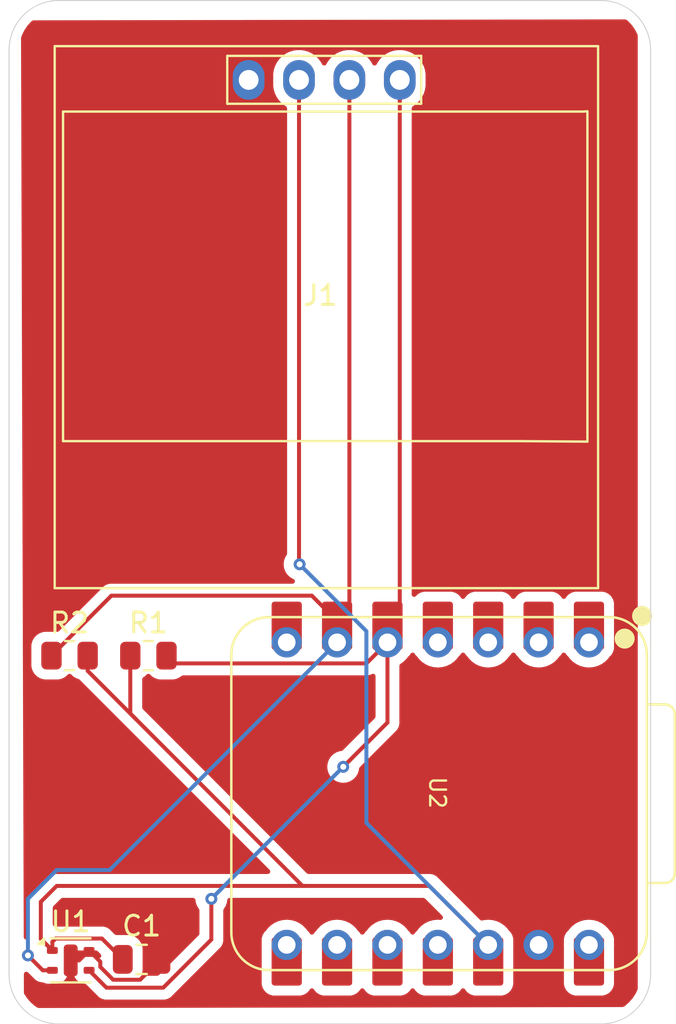
<source format=kicad_pcb>
(kicad_pcb (version 20240108) (generator "pcbnew") (generator_version "8.0")
  (layers (0 "F.Cu" signal) (31 "B.Cu" signal) (34 "B.Paste" user) (35 "F.Paste" user) (36 "B.SilkS" user "B.Silkscreen") (37 "F.SilkS" user "F.Silkscreen") (38 "B.Mask" user) (39 "F.Mask" user) (44 "Edge.Cuts" user))
  (net 0 "")
  (net 1 "GND")
  (net 2 "+3V3")
  (net 3 "SCL")
  (net 4 "SDA")
  (footprint "general:128x64OLED" (layer "F.Cu") (at 154.45 33.95)
    (property "Reference" "J1" (at 0 0.254 0) (layer "F.SilkS"))
    (property "Value" "OLED_128X64_1.3_I2C")
    (fp_line (start -13.4 -12.3) (end 14 -12.3) (stroke (width 0.12)) (layer "F.SilkS"))
    (fp_line (start -13.4 15) (end -13.4 -12.3) (stroke (width 0.12)) (layer "F.SilkS"))
    (fp_line (start -12.978 -9.005) (end 10.122 -9.005) (stroke (width 0.12)) (layer "F.SilkS"))
    (fp_line (start -12.978 7.595) (end -12.978 -9.005) (stroke (width 0.12)) (layer "F.SilkS"))
    (fp_line (start -4.699 -11.811) (end -4.699 -9.398) (stroke (width 0.12)) (layer "F.SilkS"))
    (fp_line (start -4.699 -11.811) (end 5.08 -11.811) (stroke (width 0.12)) (layer "F.SilkS"))
    (fp_line (start 5.08 -11.811) (end 5.08 -9.398) (stroke (width 0.12)) (layer "F.SilkS"))
    (fp_line (start 5.08 -9.398) (end -4.699 -9.398) (stroke (width 0.12)) (layer "F.SilkS"))
    (fp_line (start 10.122 -9.005) (end 13.208 -9.005) (stroke (width 0.12)) (layer "F.SilkS"))
    (fp_line (start 10.122 7.595) (end -12.978 7.595) (stroke (width 0.12)) (layer "F.SilkS"))
    (fp_line (start 10.122 7.595) (end 13.462 7.62) (stroke (width 0.12)) (layer "F.SilkS"))
    (fp_line (start 13.462 -9.017) (end 13.208 -9.005) (stroke (width 0.12)) (layer "F.SilkS"))
    (fp_line (start 13.462 7.62) (end 13.462 -9.017) (stroke (width 0.12)) (layer "F.SilkS"))
    (fp_line (start 14 -12.3) (end 14 15) (stroke (width 0.12)) (layer "F.SilkS"))
    (fp_line (start 14 15) (end -13.4 15) (stroke (width 0.12)) (layer "F.SilkS"))
    (pad "1" thru_hole oval (at -3.62 -10.6 90) (size 2 1.6) (drill 1) (layers "*.Cu" "*.Mask") (net 1 "GND"))
    (pad "2" thru_hole oval (at -1.08 -10.6 90) (size 2 1.6) (drill 1) (layers "*.Cu" "*.Mask") (net 2 "+3V3"))
    (pad "3" thru_hole oval (at 1.46 -10.6 90) (size 2 1.6) (drill 1) (layers "*.Cu" "*.Mask") (net 3 "SCL"))
    (pad "4" thru_hole oval (at 4 -10.6 90) (size 2 1.6) (drill 1) (layers "*.Cu" "*.Mask") (net 4 "SDA"))
  )
  (footprint "Capacitor_SMD:C_0805_2012Metric" (layer "F.Cu") (at 145.4325 67.65)
    (property "Reference" "C1" (at 0 -1.68 0) (layer "F.SilkS"))
    (property "Value" "100n")
    (fp_line (start -0.261252 -0.735) (end 0.261252 -0.735) (stroke (width 0.12)) (layer "F.SilkS"))
    (fp_line (start -0.261252 0.735) (end 0.261252 0.735) (stroke (width 0.12)) (layer "F.SilkS"))
    (pad "1" smd roundrect (at -0.95 0) (size 1 1.45) (layers "F.Cu" "F.Paste" "F.Mask") (net 2 "+3V3"))
    (pad "2" smd roundrect (at 0.95 0) (size 1 1.45) (layers "F.Cu" "F.Paste" "F.Mask") (net 1 "GND"))
  )
  (footprint "Sensor_Humidity:Sensirion_DFN-4-1EP_2x2mm_P1mm_EP0.7x1.6mm" (layer "F.Cu") (at 141.8575 67.7)
    (property "Reference" "U1" (at 0 -1.95 0) (layer "F.SilkS"))
    (property "Value" "SHTC3")
    (fp_line (start -1 -1.11) (end 1 -1.11) (stroke (width 0.12)) (layer "F.SilkS"))
    (fp_line (start -1 1.11) (end 1 1.11) (stroke (width 0.12)) (layer "F.SilkS"))
    (fp_poly (pts (xy -1.35 -0.82) (xy -1.63 -0.82) (xy -1.35 -1.1) (xy -1.35 -0.82)) (stroke (width 0.12)) (fill solid) (layer "F.SilkS"))
    (pad "1" smd roundrect (at -0.925 -0.5) (size 0.55 0.35) (layers "F.Cu" "F.Mask") (net 2 "+3V3"))
    (pad "2" smd roundrect (at -0.925 0.5) (size 0.55 0.35) (layers "F.Cu" "F.Mask") (net 3 "SCL"))
    (pad "3" smd roundrect (at 0.925 0.5) (size 0.55 0.35) (layers "F.Cu" "F.Mask") (net 4 "SDA"))
    (pad "4" smd roundrect (at 0.925 -0.5) (size 0.55 0.35) (layers "F.Cu" "F.Mask") (net 1 "GND"))
    (pad "5" smd roundrect (at 0 0) (size 0.7 1.6) (layers "F.Cu" "F.Mask") (net 1 "GND"))
  )
  (footprint "Resistor_SMD:R_0805_2012Metric" (layer "F.Cu") (at 141.8 52.35)
    (property "Reference" "R2" (at 0 -1.65 0) (layer "F.SilkS"))
    (property "Value" "R")
    (fp_line (start -0.227064 -0.735) (end 0.227064 -0.735) (stroke (width 0.12)) (layer "F.SilkS"))
    (fp_line (start -0.227064 0.735) (end 0.227064 0.735) (stroke (width 0.12)) (layer "F.SilkS"))
    (pad "1" smd roundrect (at -0.9125 0) (size 1.025 1.4) (layers "F.Cu" "F.Paste" "F.Mask") (roundrect_rratio 0.243902) (net 3 "SCL"))
    (pad "2" smd roundrect (at 0.9125 0) (size 1.025 1.4) (layers "F.Cu" "F.Paste" "F.Mask") (roundrect_rratio 0.243902) (net 2 "+3V3"))
  )
  (footprint "Resistor_SMD:R_0805_2012Metric" (layer "F.Cu") (at 145.775 52.35)
    (property "Reference" "R1" (at 0 -1.65 0) (layer "F.SilkS"))
    (property "Value" "R")
    (fp_line (start -0.227064 -0.735) (end 0.227064 -0.735) (stroke (width 0.12)) (layer "F.SilkS"))
    (fp_line (start -0.227064 0.735) (end 0.227064 0.735) (stroke (width 0.12)) (layer "F.SilkS"))
    (pad "1" smd roundrect (at -0.9125 0) (size 1.025 1.4) (layers "F.Cu" "F.Paste" "F.Mask") (roundrect_rratio 0.243902) (net 2 "+3V3"))
    (pad "2" smd roundrect (at 0.9125 0) (size 1.025 1.4) (layers "F.Cu" "F.Paste" "F.Mask") (roundrect_rratio 0.243902) (net 4 "SDA"))
  )
  (footprint "general:XIAO-RP2040-DIP" (layer "F.Cu") (at 160.37 59.3 -90)
    (property "Reference" "U2" (at -0.05 0.02 -90) (layer "F.SilkS") (effects (font (size 0.8 0.8) (thickness 0.12))))
    (property "Value" "XIAO-RP2040-DIP")
    (fp_line (start -6.985 10.414) (end 6.985 10.414) (stroke (width 0.127)) (layer "F.SilkS"))
    (fp_line (start -8.89 8.509) (end -8.89 -8.636) (stroke (width 0.127)) (layer "F.SilkS"))
    (fp_line (start 8.89 8.509) (end 8.89 -8.636) (stroke (width 0.127)) (layer "F.SilkS"))
    (fp_line (start -4.495 -10.541) (end -4.491272 -11.451272) (stroke (width 0.127)) (layer "F.SilkS"))
    (fp_line (start 6.985 -10.541) (end -6.985 -10.541) (stroke (width 0.1)) (layer "F.SilkS"))
    (fp_line (start 6.985 -10.541) (end -6.985 -10.541) (stroke (width 0.127)) (layer "F.SilkS"))
    (fp_line (start 4.504 -11.451) (end 4.504 -10.541) (stroke (width 0.127)) (layer "F.SilkS"))
    (fp_line (start -3.991272 -11.951) (end 4.004 -11.951) (stroke (width 0.127)) (layer "F.SilkS"))
    (fp_arc (start -6.985 10.414) (mid -8.332038 9.856038) (end -8.89 8.509) (stroke (width 0.127)) (layer "F.SilkS"))
    (fp_arc (start 8.89 8.509) (mid 8.332038 9.856038) (end 6.985 10.414) (stroke (width 0.127)) (layer "F.SilkS"))
    (fp_arc (start -8.89 -8.636) (mid -8.332038 -9.983038) (end -6.985 -10.541) (stroke (width 0.127)) (layer "F.SilkS"))
    (fp_arc (start 6.985 -10.541) (mid 8.332038 -9.983038) (end 8.89 -8.636) (stroke (width 0.127)) (layer "F.SilkS"))
    (fp_arc (start -4.491272 -11.451272) (mid -4.344724 -11.804644) (end -3.991272 -11.951) (stroke (width 0.127)) (layer "F.SilkS"))
    (fp_arc (start 4.004 -11.951) (mid 4.357553 -11.804553) (end 4.504 -11.451) (stroke (width 0.127)) (layer "F.SilkS"))
    (fp_circle (center -7.807 -9.42) (end -7.807 -9.674) (stroke (width 0.5)) (fill solid) (layer "F.SilkS"))
    (fp_circle (center -8.95 -10.3) (end -8.95 -10.554) (stroke (width 0.5)) (fill solid) (layer "F.SilkS"))
    (pad "1" smd roundrect (at -8.455 -7.62 90) (size 2.432 1.524) (layers "F.Cu" "F.Mask") (roundrect_rratio 0.1))
    (pad "1" thru_hole circle (at -7.62 -7.62 90) (size 1.524 1.524) (drill 0.889) (layers "*.Cu" "*.Mask"))
    (pad "2" smd roundrect (at -8.455 -5.08 90) (size 2.432 1.524) (layers "F.Cu" "F.Mask") (roundrect_rratio 0.1))
    (pad "2" thru_hole circle (at -7.62 -5.08 90) (size 1.524 1.524) (drill 0.889) (layers "*.Cu" "*.Mask"))
    (pad "3" smd roundrect (at -8.455 -2.54 90) (size 2.432 1.524) (layers "F.Cu" "F.Mask") (roundrect_rratio 0.1))
    (pad "3" thru_hole circle (at -7.62 -2.54 90) (size 1.524 1.524) (drill 0.889) (layers "*.Cu" "*.Mask"))
    (pad "4" smd roundrect (at -8.455 0 90) (size 2.432 1.524) (layers "F.Cu" "F.Mask") (roundrect_rratio 0.1))
    (pad "4" thru_hole circle (at -7.62 0 90) (size 1.524 1.524) (drill 0.889) (layers "*.Cu" "*.Mask"))
    (pad "5" smd roundrect (at -8.455 2.54 90) (size 2.432 1.524) (layers "F.Cu" "F.Mask") (roundrect_rratio 0.1) (net 4 "SDA"))
    (pad "5" thru_hole circle (at -7.62 2.54 90) (size 1.524 1.524) (drill 0.889) (layers "*.Cu" "*.Mask") (net 4 "SDA"))
    (pad "6" smd roundrect (at -8.455 5.08 90) (size 2.432 1.524) (layers "F.Cu" "F.Mask") (roundrect_rratio 0.1) (net 3 "SCL"))
    (pad "6" thru_hole circle (at -7.62 5.08 90) (size 1.524 1.524) (drill 0.889) (layers "*.Cu" "*.Mask") (net 3 "SCL"))
    (pad "7" smd roundrect (at -8.455 7.62 90) (size 2.432 1.524) (layers "F.Cu" "F.Mask") (roundrect_rratio 0.1))
    (pad "7" thru_hole circle (at -7.62 7.62 90) (size 1.524 1.524) (drill 0.889) (layers "*.Cu" "*.Mask"))
    (pad "8" thru_hole circle (at 7.62 7.62 270) (size 1.524 1.524) (drill 0.889) (layers "*.Cu" "*.Mask"))
    (pad "8" smd roundrect (at 8.455 7.62 270) (size 2.432 1.524) (layers "F.Cu" "F.Mask") (roundrect_rratio 0.1))
    (pad "9" thru_hole circle (at 7.62 5.08 270) (size 1.524 1.524) (drill 0.889) (layers "*.Cu" "*.Mask"))
    (pad "9" smd roundrect (at 8.455 5.08 270) (size 2.432 1.524) (layers "F.Cu" "F.Mask") (roundrect_rratio 0.1))
    (pad "10" thru_hole circle (at 7.62 2.54 270) (size 1.524 1.524) (drill 0.889) (layers "*.Cu" "*.Mask"))
    (pad "10" smd roundrect (at 8.455 2.54 270) (size 2.432 1.524) (layers "F.Cu" "F.Mask") (roundrect_rratio 0.1))
    (pad "11" thru_hole circle (at 7.62 0 270) (size 1.524 1.524) (drill 0.889) (layers "*.Cu" "*.Mask"))
    (pad "11" smd roundrect (at 8.455 0 270) (size 2.432 1.524) (layers "F.Cu" "F.Mask") (roundrect_rratio 0.1))
    (pad "12" thru_hole circle (at 7.62 -2.54 270) (size 1.524 1.524) (drill 0.889) (layers "*.Cu" "*.Mask") (net 2 "+3V3"))
    (pad "12" smd roundrect (at 8.455 -2.54 270) (size 2.432 1.524) (layers "F.Cu" "F.Mask") (roundrect_rratio 0.1) (net 2 "+3V3"))
    (pad "13" thru_hole circle (at 7.62 -5.08 270) (size 1.524 1.524) (drill 0.889) (layers "*.Cu" "*.Mask") (net 1 "GND"))
    (pad "13" smd roundrect (at 8.455 -5.08 270) (size 2.432 1.524) (layers "F.Cu" "F.Mask") (roundrect_rratio 0.1) (net 1 "GND"))
    (pad "14" thru_hole circle (at 7.62 -7.62 270) (size 1.524 1.524) (drill 0.889) (layers "*.Cu" "*.Mask"))
    (pad "14" smd roundrect (at 8.455 -7.62 270) (size 2.432 1.524) (layers "F.Cu" "F.Mask") (roundrect_rratio 0.1))
  )
  (gr_line (start 168.6 70.9) (end 141.25 70.9) (stroke (width 0.05)) (layer "Edge.Cuts"))
  (gr_arc (start 171.1 68.4) (mid 170.367767 70.167767) (end 168.6 70.9) (stroke (width 0.05)) (layer "Edge.Cuts"))
  (gr_line (start 171.1 21.85) (end 171.1 68.4) (stroke (width 0.05)) (layer "Edge.Cuts"))
  (gr_line (start 138.75 68.4) (end 138.75 21.85) (stroke (width 0.05)) (layer "Edge.Cuts"))
  (gr_arc (start 138.75 21.85) (mid 139.482233 20.082233) (end 141.25 19.35) (stroke (width 0.05)) (layer "Edge.Cuts"))
  (gr_arc (start 141.25 70.9) (mid 139.482233 70.167767) (end 138.75 68.4) (stroke (width 0.05)) (layer "Edge.Cuts"))
  (gr_arc (start 168.6 19.35) (mid 170.367767 20.082233) (end 171.1 21.85) (stroke (width 0.05)) (layer "Edge.Cuts"))
  (gr_line (start 141.25 19.35) (end 168.6 19.35) (stroke (width 0.05)) (layer "Edge.Cuts"))
  (segment (start 143.35 67.7675) (end 142.7825 67.2) (width 0.2) (layer "F.Cu") (net 1))
  (segment (start 143.35 68.027244) (end 143.35 67.7675) (width 0.2) (layer "F.Cu") (net 1))
  (segment (start 145.3575 68.675) (end 143.997756 68.675) (width 0.2) (layer "F.Cu") (net 1))
  (segment (start 146.3825 67.65) (end 145.3575 68.675) (width 0.2) (layer "F.Cu") (net 1))
  (segment (start 142.2825 67.7) (end 142.7825 67.2) (width 0.2) (layer "F.Cu") (net 1))
  (segment (start 143.997756 68.675) (end 143.35 68.027244) (width 0.2) (layer "F.Cu") (net 1))
  (segment (start 141.8575 67.7) (end 142.2825 67.7) (width 0.2) (layer "F.Cu") (net 1))
  (segment (start 140.9325 67.2) (end 140.35 66.6175) (width 0.2) (layer "F.Cu") (net 2))
  (segment (start 143.4325 66.6) (end 141.1 66.6) (width 0.2) (layer "F.Cu") (net 2))
  (segment (start 140.35 66.6175) (end 140.35 64.75) (width 0.2) (layer "F.Cu") (net 2))
  (segment (start 145.123407 55.526593) (end 153.546814 63.95) (width 0.2) (layer "F.Cu") (net 2))
  (segment (start 153.546814 63.95) (end 153.7 63.95) (width 0.2) (layer "F.Cu") (net 2))
  (segment (start 162.91 67.99763) (end 162.91 67.755) (width 0.2) (layer "F.Cu") (net 2))
  (segment (start 144.8625 55.265686) (end 145.123407 55.526593) (width 0.2) (layer "F.Cu") (net 2))
  (segment (start 141.1 66.6) (end 140.9325 66.7675) (width 0.2) (layer "F.Cu") (net 2))
  (segment (start 140.35 64.75) (end 141.15 63.95) (width 0.2) (layer "F.Cu") (net 2))
  (segment (start 142.7125 52.35) (end 142.7125 53.115686) (width 0.2) (layer "F.Cu") (net 2))
  (segment (start 159.94 63.95) (end 162.91 66.92) (width 0.2) (layer "F.Cu") (net 2))
  (segment (start 144.4825 67.65) (end 143.4325 66.6) (width 0.2) (layer "F.Cu") (net 2))
  (segment (start 140.9325 66.7675) (end 140.9325 67.2) (width 0.2) (layer "F.Cu") (net 2))
  (segment (start 153.37 23.35) (end 153.37 47.72) (width 0.2) (layer "F.Cu") (net 2))
  (segment (start 141.15 63.95) (end 153.7 63.95) (width 0.2) (layer "F.Cu") (net 2))
  (segment (start 144.8625 52.35) (end 144.8625 55.265686) (width 0.2) (layer "F.Cu") (net 2))
  (segment (start 142.7125 53.115686) (end 145.123407 55.526593) (width 0.2) (layer "F.Cu") (net 2))
  (segment (start 153.37 47.72) (end 153.4 47.75) (width 0.2) (layer "F.Cu") (net 2))
  (segment (start 153.7 63.95) (end 159.94 63.95) (width 0.2) (layer "F.Cu") (net 2))
  (via (at 153.4 47.75) (size 0.6) (drill 0.3) (layers "F.Cu" "B.Cu") (net 2))
  (segment (start 153.4 47.75) (end 156.768 51.118) (width 0.2) (layer "B.Cu") (net 2))
  (segment (start 156.768 51.118) (end 156.768 60.778) (width 0.2) (layer "B.Cu") (net 2))
  (segment (start 156.768 60.778) (end 162.91 66.92) (width 0.2) (layer "B.Cu") (net 2))
  (segment (start 140.45 68.2) (end 139.7 67.45) (width 0.2) (layer "F.Cu") (net 3))
  (segment (start 143.9085 49.329) (end 154.01663 49.329) (width 0.2) (layer "F.Cu") (net 3))
  (segment (start 155.91 50.225) (end 155.29 50.845) (width 0.2) (layer "F.Cu") (net 3))
  (segment (start 140.9325 68.2) (end 140.45 68.2) (width 0.2) (layer "F.Cu") (net 3))
  (segment (start 154.01663 49.329) (end 155.29 50.60237) (width 0.2) (layer "F.Cu") (net 3))
  (segment (start 155.29 50.60237) (end 155.29 51.68) (width 0.2) (layer "F.Cu") (net 3))
  (segment (start 140.8875 52.35) (end 143.9085 49.329) (width 0.2) (layer "F.Cu") (net 3))
  (segment (start 155.91 23.35) (end 155.91 50.225) (width 0.2) (layer "F.Cu") (net 3))
  (via (at 139.7 67.45) (size 0.6) (drill 0.3) (layers "F.Cu" "B.Cu") (net 3))
  (segment (start 139.7 67.45) (end 139.7 64.6) (width 0.2) (layer "B.Cu") (net 3))
  (segment (start 139.7 64.6) (end 141.15 63.15) (width 0.2) (layer "B.Cu") (net 3))
  (segment (start 143.82 63.15) (end 155.29 51.68) (width 0.2) (layer "B.Cu") (net 3))
  (segment (start 141.15 63.15) (end 143.82 63.15) (width 0.2) (layer "B.Cu") (net 3))
  (segment (start 148.95 66.65) (end 148.95 64.6) (width 0.2) (layer "F.Cu") (net 4))
  (segment (start 158.45 23.35) (end 158.45 51.06) (width 0.2) (layer "F.Cu") (net 4))
  (segment (start 146.525 69.075) (end 148.95 66.65) (width 0.2) (layer "F.Cu") (net 4))
  (segment (start 146.6875 52.35) (end 147.0795 52.742) (width 0.2) (layer "F.Cu") (net 4))
  (segment (start 142.7825 68.2) (end 143.6575 69.075) (width 0.2) (layer "F.Cu") (net 4))
  (segment (start 147.0795 52.742) (end 156.768 52.742) (width 0.2) (layer "F.Cu") (net 4))
  (segment (start 143.6575 69.075) (end 146.525 69.075) (width 0.2) (layer "F.Cu") (net 4))
  (segment (start 158.45 51.06) (end 157.83 51.68) (width 0.2) (layer "F.Cu") (net 4))
  (segment (start 156.768 52.742) (end 157.83 51.68) (width 0.2) (layer "F.Cu") (net 4))
  (segment (start 155.6 57.95) (end 157.83 55.72) (width 0.2) (layer "F.Cu") (net 4))
  (segment (start 157.83 55.72) (end 157.83 51.68) (width 0.2) (layer "F.Cu") (net 4))
  (via (at 155.6 57.95) (size 0.6) (drill 0.3) (layers "F.Cu" "B.Cu") (net 4))
  (via (at 148.95 64.6) (size 0.6) (drill 0.3) (layers "F.Cu" "B.Cu") (net 4))
  (segment (start 148.95 64.6) (end 155.6 57.95) (width 0.2) (layer "B.Cu") (net 4))
  (zone (net 1) (net_name "GND") (layer "F.Cu") (connect_pads yes (clearance 0.5)) (min_thickness 0.25) (fill yes (thermal_gap 0.5) (thermal_bridge_width 0.5))
    (polygon (pts (xy 170.45 70.05) (xy 139.5 70.1) (xy 139.35 20.35) (xy 170.45 20.3)))
  )
)
</source>
